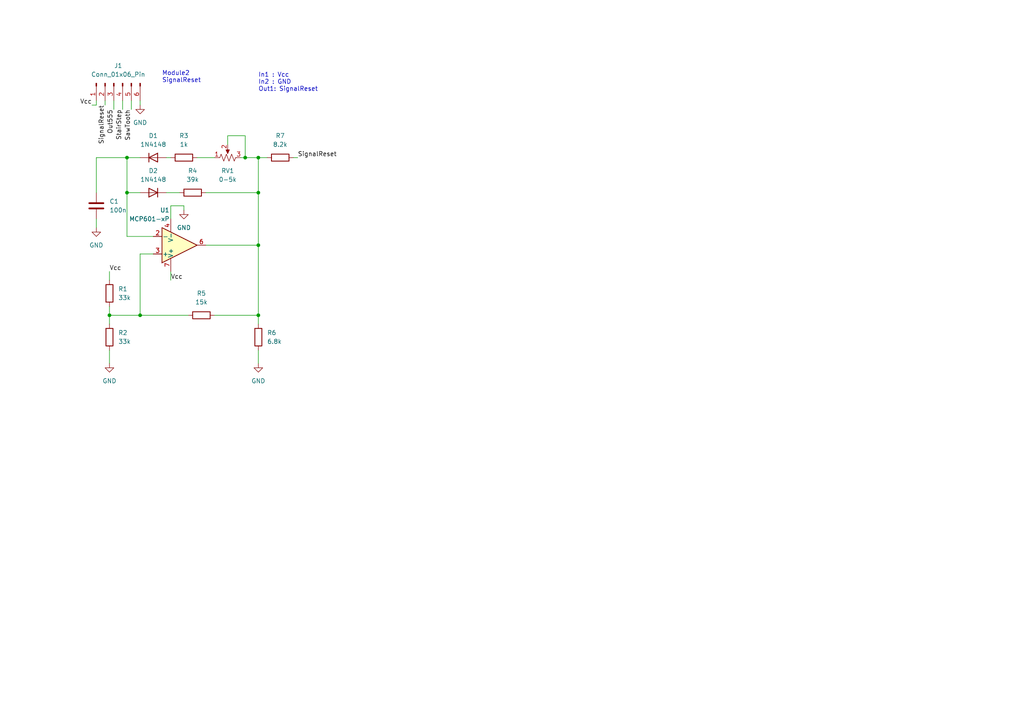
<source format=kicad_sch>
(kicad_sch (version 20230121) (generator eeschema)
  (paper "A4")
  (lib_symbols
    (symbol "Amplifier_Operational:MCP601-xP" (pin_names (offset 0.127))
      (property "Reference" "U" (at 0 6.35 0))
      (property "Value" "MCP601-xP" (at 0 3.81 0))
      (symbol "MCP601-xP_0_1"
        (polyline (pts (xy -5.08 5.08) (xy 5.08 0) (xy -5.08 -5.08) (xy -5.08 5.08)) (stroke (width 0.254)) (fill (type background)))
      )
      (symbol "MCP601-xP_1_1"
        (pin no_connect line (at -5.08 -2.54 90) (length 2.54) hide (name "NC") (number "1"))
        (pin input line (at -7.62 -2.54 0) (length 2.54) (name "-") (number "2"))
        (pin input line (at -7.62 2.54 0) (length 2.54) (name "+") (number "3"))
        (pin power_in line (at -2.54 -7.62 90) (length 3.81) (name "V-") (number "4"))
        (pin no_connect line (at -2.54 -2.54 90) (length 2.54) hide (name "NC") (number "5"))
        (pin output line (at 7.62 0 180) (length 2.54) (name "~") (number "6"))
        (pin power_in line (at -2.54 7.62 270) (length 3.81) (name "V+") (number "7"))
        (pin no_connect line (at 0 -2.54 90) (length 2.54) hide (name "NC") (number "8"))
      )
    )
    (symbol "Connector:Conn_01x06_Pin" (pin_names (offset 1.016) hide)
      (property "Reference" "J" (at 0 7.62 0))
      (property "Value" "Conn_01x06_Pin" (at 0 -10.16 0))
      (symbol "Conn_01x06_Pin_1_1"
        (polyline (pts (xy 1.27 -7.62) (xy 0.8636 -7.62)) (stroke (width 0.1524)))
        (polyline (pts (xy 1.27 -5.08) (xy 0.8636 -5.08)) (stroke (width 0.1524)))
        (polyline (pts (xy 1.27 -2.54) (xy 0.8636 -2.54)) (stroke (width 0.1524)))
        (polyline (pts (xy 1.27 0) (xy 0.8636 0)) (stroke (width 0.1524)))
        (polyline (pts (xy 1.27 2.54) (xy 0.8636 2.54)) (stroke (width 0.1524)))
        (polyline (pts (xy 1.27 5.08) (xy 0.8636 5.08)) (stroke (width 0.1524)))
        (rectangle (start 0.8636 -7.493) (end 0 -7.747) (stroke (width 0.1524)) (fill (type outline)))
        (rectangle (start 0.8636 -4.953) (end 0 -5.207) (stroke (width 0.1524)) (fill (type outline)))
        (rectangle (start 0.8636 -2.413) (end 0 -2.667) (stroke (width 0.1524)) (fill (type outline)))
        (rectangle (start 0.8636 0.127) (end 0 -0.127) (stroke (width 0.1524)) (fill (type outline)))
        (rectangle (start 0.8636 2.667) (end 0 2.413) (stroke (width 0.1524)) (fill (type outline)))
        (rectangle (start 0.8636 5.207) (end 0 4.953) (stroke (width 0.1524)) (fill (type outline)))
        (pin passive line (at 5.08 5.08 180) (length 3.81) (name "Pin_1") (number "1"))
        (pin passive line (at 5.08 2.54 180) (length 3.81) (name "Pin_2") (number "2"))
        (pin passive line (at 5.08 0 180) (length 3.81) (name "Pin_3") (number "3"))
        (pin passive line (at 5.08 -2.54 180) (length 3.81) (name "Pin_4") (number "4"))
        (pin passive line (at 5.08 -5.08 180) (length 3.81) (name "Pin_5") (number "5"))
        (pin passive line (at 5.08 -7.62 180) (length 3.81) (name "Pin_6") (number "6"))
      )
    )
    (symbol "Device:C" (pin_numbers hide) (pin_names (offset 0.254))
      (property "Reference" "C" (at 0.635 2.54 0))
      (property "Value" "C" (at 0.635 -2.54 0))
      (symbol "C_0_1"
        (polyline (pts (xy -2.032 -0.762) (xy 2.032 -0.762)) (stroke (width 0.508)))
        (polyline (pts (xy -2.032 0.762) (xy 2.032 0.762)) (stroke (width 0.508)))
      )
      (symbol "C_1_1"
        (pin passive line (at 0 3.81 270) (length 2.794) (name "~") (number "1"))
        (pin passive line (at 0 -3.81 90) (length 2.794) (name "~") (number "2"))
      )
    )
    (symbol "Device:D" (pin_numbers hide) (pin_names (offset 1.016) hide)
      (property "Reference" "D" (at 0 2.54 0))
      (property "Value" "D" (at 0 -2.54 0))
      (symbol "D_0_1"
        (polyline (pts (xy -1.27 1.27) (xy -1.27 -1.27)) (stroke (width 0.254)))
        (polyline (pts (xy 1.27 0) (xy -1.27 0)))
        (polyline (pts (xy 1.27 1.27) (xy 1.27 -1.27) (xy -1.27 0) (xy 1.27 1.27)) (stroke (width 0.254)))
      )
      (symbol "D_1_1"
        (pin passive line (at -3.81 0 0) (length 2.54) (name "K") (number "1"))
        (pin passive line (at 3.81 0 180) (length 2.54) (name "A") (number "2"))
      )
    )
    (symbol "Device:R" (pin_numbers hide) (pin_names (offset 0))
      (property "Reference" "R" (at 2.032 0 90))
      (property "Value" "R" (at 0 0 90))
      (symbol "R_0_1"
        (rectangle (start -1.016 -2.54) (end 1.016 2.54) (stroke (width 0.254)))
      )
      (symbol "R_1_1"
        (pin passive line (at 0 3.81 270) (length 1.27) (name "~") (number "1"))
        (pin passive line (at 0 -3.81 90) (length 1.27) (name "~") (number "2"))
      )
    )
    (symbol "Device:R_Potentiometer_US" (pin_names (offset 1.016) hide)
      (property "Reference" "RV" (at -4.445 0 90))
      (property "Value" "R_Potentiometer_US" (at -2.54 0 90))
      (symbol "R_Potentiometer_US_0_1"
        (polyline (pts (xy 0 -2.286) (xy 0 -2.54)))
        (polyline (pts (xy 0 2.54) (xy 0 2.286)))
        (polyline (pts (xy 2.54 0) (xy 1.524 0)))
        (polyline (pts (xy 1.143 0) (xy 2.286 0.508) (xy 2.286 -0.508) (xy 1.143 0)) (fill (type outline)))
        (polyline (pts (xy 0 -0.762) (xy 1.016 -1.143) (xy 0 -1.524) (xy -1.016 -1.905) (xy 0 -2.286)))
        (polyline (pts (xy 0 0.762) (xy 1.016 0.381) (xy 0 0) (xy -1.016 -0.381) (xy 0 -0.762)))
        (polyline (pts (xy 0 2.286) (xy 1.016 1.905) (xy 0 1.524) (xy -1.016 1.143) (xy 0 0.762)))
      )
      (symbol "R_Potentiometer_US_1_1"
        (pin passive line (at 0 3.81 270) (length 1.27) (name "1") (number "1"))
        (pin passive line (at 3.81 0 180) (length 1.27) (name "2") (number "2"))
        (pin passive line (at 0 -3.81 90) (length 1.27) (name "3") (number "3"))
      )
    )
    (symbol "power:GND" (power) (pin_names (offset 0))
      (property "Value" "GND" (at 0 -3.81 0))
      (symbol "GND_0_1"
        (polyline (pts (xy 0 0) (xy 0 -1.27) (xy 1.27 -1.27) (xy 0 -2.54) (xy -1.27 -1.27) (xy 0 -1.27)))
      )
      (symbol "GND_1_1"
        (pin power_in line (at 0 0 270) (length 0) hide (name "GND") (number "1"))
      )
    )
  )
  (junction (at 74.93 45.72))
  (junction (at 74.93 55.88))
  (junction (at 36.83 45.72))
  (junction (at 71.12 45.72))
  (junction (at 74.93 91.44))
  (junction (at 40.64 91.44))
  (junction (at 74.93 71.12))
  (junction (at 31.75 91.44))
  (junction (at 36.83 55.88))
  (wire (pts (xy 44.45 73.66) (xy 40.64 73.66)))
  (wire (pts (xy 36.83 55.88) (xy 40.64 55.88)))
  (wire (pts (xy 40.64 91.44) (xy 54.61 91.44)))
  (wire (pts (xy 44.45 68.58) (xy 36.83 68.58)))
  (wire (pts (xy 57.15 45.72) (xy 62.23 45.72)))
  (wire (pts (xy 31.75 101.6) (xy 31.75 105.41)))
  (wire (pts (xy 33.02 29.21) (xy 33.02 31.75)))
  (wire (pts (xy 27.94 29.21) (xy 27.94 30.48)))
  (wire (pts (xy 49.53 59.69) (xy 53.34 59.69)))
  (wire (pts (xy 31.75 91.44) (xy 31.75 93.98)))
  (wire (pts (xy 40.64 73.66) (xy 40.64 91.44)))
  (wire (pts (xy 31.75 91.44) (xy 40.64 91.44)))
  (wire (pts (xy 74.93 45.72) (xy 77.47 45.72)))
  (wire (pts (xy 48.26 55.88) (xy 52.07 55.88)))
  (wire (pts (xy 66.04 41.91) (xy 66.04 39.37)))
  (wire (pts (xy 30.48 29.21) (xy 30.48 30.48)))
  (wire (pts (xy 48.26 45.72) (xy 49.53 45.72)))
  (wire (pts (xy 74.93 93.98) (xy 74.93 91.44)))
  (wire (pts (xy 62.23 91.44) (xy 74.93 91.44)))
  (wire (pts (xy 36.83 45.72) (xy 40.64 45.72)))
  (wire (pts (xy 27.94 30.48) (xy 26.67 30.48)))
  (wire (pts (xy 31.75 78.74) (xy 31.75 81.28)))
  (wire (pts (xy 74.93 71.12) (xy 74.93 91.44)))
  (wire (pts (xy 59.69 55.88) (xy 74.93 55.88)))
  (wire (pts (xy 49.53 63.5) (xy 49.53 59.69)))
  (wire (pts (xy 85.09 45.72) (xy 86.36 45.72)))
  (wire (pts (xy 59.69 71.12) (xy 74.93 71.12)))
  (wire (pts (xy 40.64 29.21) (xy 40.64 30.48)))
  (wire (pts (xy 27.94 63.5) (xy 27.94 66.04)))
  (wire (pts (xy 71.12 45.72) (xy 74.93 45.72)))
  (wire (pts (xy 53.34 59.69) (xy 53.34 60.96)))
  (wire (pts (xy 27.94 45.72) (xy 36.83 45.72)))
  (wire (pts (xy 36.83 68.58) (xy 36.83 55.88)))
  (wire (pts (xy 74.93 55.88) (xy 74.93 71.12)))
  (wire (pts (xy 49.53 78.74) (xy 49.53 81.28)))
  (wire (pts (xy 35.56 29.21) (xy 35.56 31.75)))
  (wire (pts (xy 71.12 39.37) (xy 71.12 45.72)))
  (wire (pts (xy 27.94 55.88) (xy 27.94 45.72)))
  (wire (pts (xy 69.85 45.72) (xy 71.12 45.72)))
  (wire (pts (xy 38.1 29.21) (xy 38.1 31.75)))
  (wire (pts (xy 74.93 45.72) (xy 74.93 55.88)))
  (wire (pts (xy 31.75 88.9) (xy 31.75 91.44)))
  (wire (pts (xy 74.93 101.6) (xy 74.93 105.41)))
  (wire (pts (xy 36.83 55.88) (xy 36.83 45.72)))
  (wire (pts (xy 66.04 39.37) (xy 71.12 39.37)))
  (text "In1 : Vcc\nIn2 : GND\nOut1: SignalReset" (at 74.93 26.67 0) (effects (font (size 1.27 1.27)) (justify left bottom)))
  (text "Module2\nSignalReset" (at 46.99 24.13 0) (effects (font (size 1.27 1.27)) (justify left bottom)))
  (label "SignalReset" (at 86.36 45.72 0))
  (label "StairStep" (at 35.56 31.75 270))
  (label "Vcc" (at 31.75 78.74 0))
  (label "Vcc" (at 49.53 81.28 0))
  (label "SawTooth" (at 38.1 31.75 270))
  (label "SignalReset" (at 30.48 30.48 270))
  (label "Vcc" (at 26.67 30.48 180))
  (label "Out555" (at 33.02 31.75 270))
  (symbol (lib_id "Device:R") (at 58.42 91.44 90) (unit 1)
    (property "Reference" "R5" (at 58.42 85.09 90))
    (property "Value" "15k" (at 58.42 87.63 90))
    (property "Footprint" "Resistor_THT:R_Axial_DIN0411_L9.9mm_D3.6mm_P15.24mm_Horizontal" (effects hide))
  )
  (symbol (lib_id "Device:R") (at 53.34 45.72 90) (unit 1)
    (property "Reference" "R3" (at 53.34 39.37 90))
    (property "Value" "1k" (at 53.34 41.91 90))
    (property "Footprint" "Resistor_THT:R_Axial_DIN0411_L9.9mm_D3.6mm_P15.24mm_Horizontal" (effects hide))
  )
  (symbol (lib_id "power:GND") (at 31.75 105.41 0) (unit 1)
    (property "Reference" "#PWR02" (effects hide))
    (property "Value" "GND" (at 31.75 110.49 0))
  )
  (symbol (lib_id "Device:R_Potentiometer_US") (at 66.04 45.72 90) (unit 1)
    (property "Reference" "RV1" (at 66.04 49.53 90))
    (property "Value" "0-5k" (at 66.04 52.07 90))
    (property "Footprint" "Connector_PinSocket_2.54mm:PinSocket_1x03_P2.54mm_Vertical" (effects hide))
  )
  (symbol (lib_id "power:GND") (at 27.94 66.04 0) (unit 1)
    (property "Reference" "#PWR01" (effects hide))
    (property "Value" "GND" (at 27.94 71.12 0))
  )
  (symbol (lib_id "Device:D") (at 44.45 55.88 180) (unit 1)
    (property "Reference" "D2" (at 44.45 49.53 0))
    (property "Value" "1N4148" (at 44.45 52.07 0))
    (property "Footprint" "Diode_THT:D_DO-15_P15.24mm_Horizontal" (effects hide))
    (property "Sim.Device" "D" (effects hide))
    (property "Sim.Pins" "1=K 2=A" (effects hide))
  )
  (symbol (lib_id "Device:R") (at 81.28 45.72 90) (unit 1)
    (property "Reference" "R7" (at 81.28 39.37 90))
    (property "Value" "8.2k" (at 81.28 41.91 90))
    (property "Footprint" "Resistor_THT:R_Axial_DIN0411_L9.9mm_D3.6mm_P15.24mm_Horizontal" (effects hide))
  )
  (symbol (lib_id "Device:R") (at 74.93 97.79 0) (unit 1)
    (property "Reference" "R6" (at 77.47 96.52 0) (effects (justify left)))
    (property "Value" "6.8k" (at 77.47 99.06 0) (effects (justify left)))
    (property "Footprint" "Resistor_THT:R_Axial_DIN0411_L9.9mm_D3.6mm_P15.24mm_Horizontal" (effects hide))
  )
  (symbol (lib_id "Device:R") (at 31.75 85.09 180) (unit 1)
    (property "Reference" "R1" (at 34.29 83.82 0) (effects (justify right)))
    (property "Value" "33k" (at 34.29 86.36 0) (effects (justify right)))
    (property "Footprint" "Resistor_THT:R_Axial_DIN0411_L9.9mm_D3.6mm_P15.24mm_Horizontal" (effects hide))
  )
  (symbol (lib_id "Device:D") (at 44.45 45.72 0) (unit 1)
    (property "Reference" "D1" (at 44.45 39.37 0))
    (property "Value" "1N4148" (at 44.45 41.91 0))
    (property "Footprint" "Diode_THT:D_DO-15_P15.24mm_Horizontal" (effects hide))
    (property "Sim.Device" "D" (effects hide))
    (property "Sim.Pins" "1=K 2=A" (effects hide))
  )
  (symbol (lib_id "Amplifier_Operational:MCP601-xP") (at 52.07 71.12 0) (mirror x) (unit 1)
    (property "Reference" "U1" (at 49.1841 60.96 0) (effects (justify right)))
    (property "Value" "MCP601-xP" (at 49.1841 63.5 0) (effects (justify right)))
    (property "Footprint" "Package_DIP:DIP-8_W7.62mm" (effects hide))
    (property "Datasheet" "http://ww1.microchip.com/downloads/en/DeviceDoc/21314g.pdf" (effects hide))
  )
  (symbol (lib_id "power:GND") (at 53.34 60.96 0) (unit 1)
    (property "Reference" "#PWR04" (effects hide))
    (property "Value" "GND" (at 53.34 66.04 0))
  )
  (symbol (lib_id "Device:C") (at 27.94 59.69 0) (unit 1)
    (property "Reference" "C1" (at 31.75 58.42 0) (effects (justify left)))
    (property "Value" "100n" (at 31.75 60.96 0) (effects (justify left)))
    (property "Footprint" "Capacitor_THT:C_Disc_D7.5mm_W2.5mm_P5.00mm" (effects hide))
  )
  (symbol (lib_id "Device:R") (at 31.75 97.79 0) (unit 1)
    (property "Reference" "R2" (at 34.29 96.52 0) (effects (justify left)))
    (property "Value" "33k" (at 34.29 99.06 0) (effects (justify left)))
    (property "Footprint" "Resistor_THT:R_Axial_DIN0411_L9.9mm_D3.6mm_P15.24mm_Horizontal" (effects hide))
  )
  (symbol (lib_id "Device:R") (at 55.88 55.88 90) (unit 1)
    (property "Reference" "R4" (at 55.88 49.53 90))
    (property "Value" "39k" (at 55.88 52.07 90))
    (property "Footprint" "Resistor_THT:R_Axial_DIN0411_L9.9mm_D3.6mm_P15.24mm_Horizontal" (effects hide))
  )
  (symbol (lib_id "Connector:Conn_01x06_Pin") (at 33.02 24.13 90) (mirror x) (unit 1)
    (property "Reference" "J1" (at 34.29 19.05 90))
    (property "Value" "Conn_01x06_Pin" (at 34.29 21.59 90))
    (property "Footprint" "Connector_PinHeader_2.54mm:PinHeader_1x06_P2.54mm_Horizontal" (effects hide))
  )
  (symbol (lib_id "power:GND") (at 40.64 30.48 0) (unit 1)
    (property "Reference" "#PWR03" (effects hide))
    (property "Value" "GND" (at 40.64 35.56 0))
  )
  (symbol (lib_id "power:GND") (at 74.93 105.41 0) (unit 1)
    (property "Reference" "#PWR05" (effects hide))
    (property "Value" "GND" (at 74.93 110.49 0))
  )
)
</source>
